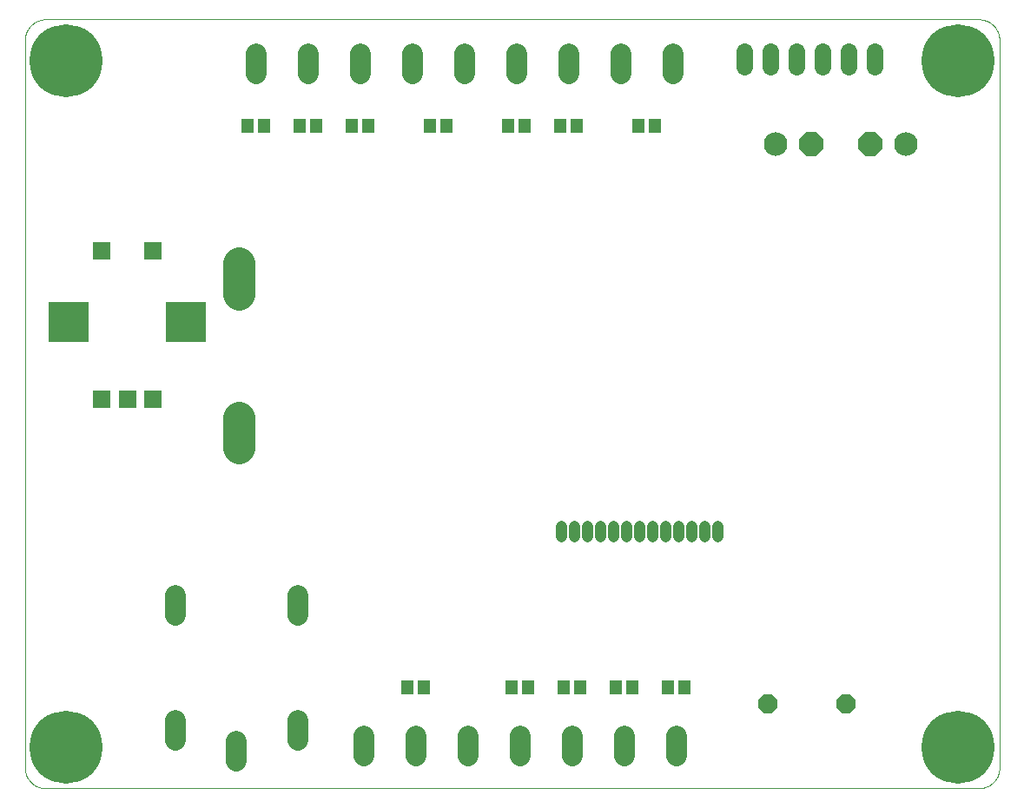
<source format=gbs>
G75*
%MOIN*%
%OFA0B0*%
%FSLAX25Y25*%
%IPPOS*%
%LPD*%
%AMOC8*
5,1,8,0,0,1.08239X$1,22.5*
%
%ADD10C,0.00400*%
%ADD11R,0.07093X0.07093*%
%ADD12R,0.15361X0.15361*%
%ADD13C,0.06306*%
%ADD14C,0.04362*%
%ADD15C,0.12211*%
%ADD16OC8,0.07487*%
%ADD17C,0.09061*%
%ADD18OC8,0.09061*%
%ADD19R,0.04731X0.05518*%
%ADD20C,0.08077*%
%ADD21C,0.27959*%
D10*
X0036217Y0030429D02*
X0394485Y0030429D01*
X0394675Y0030431D01*
X0394865Y0030438D01*
X0395055Y0030450D01*
X0395245Y0030466D01*
X0395434Y0030486D01*
X0395623Y0030512D01*
X0395811Y0030541D01*
X0395998Y0030576D01*
X0396184Y0030615D01*
X0396369Y0030658D01*
X0396554Y0030706D01*
X0396737Y0030758D01*
X0396918Y0030814D01*
X0397098Y0030875D01*
X0397277Y0030941D01*
X0397454Y0031010D01*
X0397630Y0031084D01*
X0397803Y0031162D01*
X0397975Y0031245D01*
X0398144Y0031331D01*
X0398312Y0031421D01*
X0398477Y0031516D01*
X0398640Y0031614D01*
X0398800Y0031717D01*
X0398958Y0031823D01*
X0399113Y0031933D01*
X0399266Y0032046D01*
X0399416Y0032164D01*
X0399562Y0032285D01*
X0399706Y0032409D01*
X0399847Y0032537D01*
X0399985Y0032668D01*
X0400120Y0032803D01*
X0400251Y0032941D01*
X0400379Y0033082D01*
X0400503Y0033226D01*
X0400624Y0033372D01*
X0400742Y0033522D01*
X0400855Y0033675D01*
X0400965Y0033830D01*
X0401071Y0033988D01*
X0401174Y0034148D01*
X0401272Y0034311D01*
X0401367Y0034476D01*
X0401457Y0034644D01*
X0401543Y0034813D01*
X0401626Y0034985D01*
X0401704Y0035158D01*
X0401778Y0035334D01*
X0401847Y0035511D01*
X0401913Y0035690D01*
X0401974Y0035870D01*
X0402030Y0036051D01*
X0402082Y0036234D01*
X0402130Y0036419D01*
X0402173Y0036604D01*
X0402212Y0036790D01*
X0402247Y0036977D01*
X0402276Y0037165D01*
X0402302Y0037354D01*
X0402322Y0037543D01*
X0402338Y0037733D01*
X0402350Y0037923D01*
X0402357Y0038113D01*
X0402359Y0038303D01*
X0402359Y0317831D01*
X0402357Y0318021D01*
X0402350Y0318211D01*
X0402338Y0318401D01*
X0402322Y0318591D01*
X0402302Y0318780D01*
X0402276Y0318969D01*
X0402247Y0319157D01*
X0402212Y0319344D01*
X0402173Y0319530D01*
X0402130Y0319715D01*
X0402082Y0319900D01*
X0402030Y0320083D01*
X0401974Y0320264D01*
X0401913Y0320444D01*
X0401847Y0320623D01*
X0401778Y0320800D01*
X0401704Y0320976D01*
X0401626Y0321149D01*
X0401543Y0321321D01*
X0401457Y0321490D01*
X0401367Y0321658D01*
X0401272Y0321823D01*
X0401174Y0321986D01*
X0401071Y0322146D01*
X0400965Y0322304D01*
X0400855Y0322459D01*
X0400742Y0322612D01*
X0400624Y0322762D01*
X0400503Y0322908D01*
X0400379Y0323052D01*
X0400251Y0323193D01*
X0400120Y0323331D01*
X0399985Y0323466D01*
X0399847Y0323597D01*
X0399706Y0323725D01*
X0399562Y0323849D01*
X0399416Y0323970D01*
X0399266Y0324088D01*
X0399113Y0324201D01*
X0398958Y0324311D01*
X0398800Y0324417D01*
X0398640Y0324520D01*
X0398477Y0324618D01*
X0398312Y0324713D01*
X0398144Y0324803D01*
X0397975Y0324889D01*
X0397803Y0324972D01*
X0397630Y0325050D01*
X0397454Y0325124D01*
X0397277Y0325193D01*
X0397098Y0325259D01*
X0396918Y0325320D01*
X0396737Y0325376D01*
X0396554Y0325428D01*
X0396369Y0325476D01*
X0396184Y0325519D01*
X0395998Y0325558D01*
X0395811Y0325593D01*
X0395623Y0325622D01*
X0395434Y0325648D01*
X0395245Y0325668D01*
X0395055Y0325684D01*
X0394865Y0325696D01*
X0394675Y0325703D01*
X0394485Y0325705D01*
X0036217Y0325705D01*
X0036027Y0325703D01*
X0035837Y0325696D01*
X0035647Y0325684D01*
X0035457Y0325668D01*
X0035268Y0325648D01*
X0035079Y0325622D01*
X0034891Y0325593D01*
X0034704Y0325558D01*
X0034518Y0325519D01*
X0034333Y0325476D01*
X0034148Y0325428D01*
X0033965Y0325376D01*
X0033784Y0325320D01*
X0033604Y0325259D01*
X0033425Y0325193D01*
X0033248Y0325124D01*
X0033072Y0325050D01*
X0032899Y0324972D01*
X0032727Y0324889D01*
X0032558Y0324803D01*
X0032390Y0324713D01*
X0032225Y0324618D01*
X0032062Y0324520D01*
X0031902Y0324417D01*
X0031744Y0324311D01*
X0031589Y0324201D01*
X0031436Y0324088D01*
X0031286Y0323970D01*
X0031140Y0323849D01*
X0030996Y0323725D01*
X0030855Y0323597D01*
X0030717Y0323466D01*
X0030582Y0323331D01*
X0030451Y0323193D01*
X0030323Y0323052D01*
X0030199Y0322908D01*
X0030078Y0322762D01*
X0029960Y0322612D01*
X0029847Y0322459D01*
X0029737Y0322304D01*
X0029631Y0322146D01*
X0029528Y0321986D01*
X0029430Y0321823D01*
X0029335Y0321658D01*
X0029245Y0321490D01*
X0029159Y0321321D01*
X0029076Y0321149D01*
X0028998Y0320976D01*
X0028924Y0320800D01*
X0028855Y0320623D01*
X0028789Y0320444D01*
X0028728Y0320264D01*
X0028672Y0320083D01*
X0028620Y0319900D01*
X0028572Y0319715D01*
X0028529Y0319530D01*
X0028490Y0319344D01*
X0028455Y0319157D01*
X0028426Y0318969D01*
X0028400Y0318780D01*
X0028380Y0318591D01*
X0028364Y0318401D01*
X0028352Y0318211D01*
X0028345Y0318021D01*
X0028343Y0317831D01*
X0028343Y0038303D01*
X0028345Y0038113D01*
X0028352Y0037923D01*
X0028364Y0037733D01*
X0028380Y0037543D01*
X0028400Y0037354D01*
X0028426Y0037165D01*
X0028455Y0036977D01*
X0028490Y0036790D01*
X0028529Y0036604D01*
X0028572Y0036419D01*
X0028620Y0036234D01*
X0028672Y0036051D01*
X0028728Y0035870D01*
X0028789Y0035690D01*
X0028855Y0035511D01*
X0028924Y0035334D01*
X0028998Y0035158D01*
X0029076Y0034985D01*
X0029159Y0034813D01*
X0029245Y0034644D01*
X0029335Y0034476D01*
X0029430Y0034311D01*
X0029528Y0034148D01*
X0029631Y0033988D01*
X0029737Y0033830D01*
X0029847Y0033675D01*
X0029960Y0033522D01*
X0030078Y0033372D01*
X0030199Y0033226D01*
X0030323Y0033082D01*
X0030451Y0032941D01*
X0030582Y0032803D01*
X0030717Y0032668D01*
X0030855Y0032537D01*
X0030996Y0032409D01*
X0031140Y0032285D01*
X0031286Y0032164D01*
X0031436Y0032046D01*
X0031589Y0031933D01*
X0031744Y0031823D01*
X0031902Y0031717D01*
X0032062Y0031614D01*
X0032225Y0031516D01*
X0032390Y0031421D01*
X0032558Y0031331D01*
X0032727Y0031245D01*
X0032899Y0031162D01*
X0033072Y0031084D01*
X0033248Y0031010D01*
X0033425Y0030941D01*
X0033604Y0030875D01*
X0033784Y0030814D01*
X0033965Y0030758D01*
X0034148Y0030706D01*
X0034333Y0030658D01*
X0034518Y0030615D01*
X0034704Y0030576D01*
X0034891Y0030541D01*
X0035079Y0030512D01*
X0035268Y0030486D01*
X0035457Y0030466D01*
X0035647Y0030450D01*
X0035837Y0030438D01*
X0036027Y0030431D01*
X0036217Y0030429D01*
D11*
X0057871Y0179839D03*
X0067713Y0179839D03*
X0077556Y0179839D03*
X0077556Y0236925D03*
X0057871Y0236925D03*
D12*
X0045272Y0209366D03*
X0090154Y0209366D03*
D13*
X0304593Y0307476D02*
X0304593Y0313382D01*
X0314593Y0313382D02*
X0314593Y0307476D01*
X0324593Y0307476D02*
X0324593Y0313382D01*
X0334593Y0313382D02*
X0334593Y0307476D01*
X0344593Y0307476D02*
X0344593Y0313382D01*
X0354593Y0313382D02*
X0354593Y0307476D01*
D14*
X0293973Y0131229D02*
X0293973Y0127267D01*
X0288973Y0127267D02*
X0288973Y0131229D01*
X0283973Y0131229D02*
X0283973Y0127267D01*
X0278973Y0127267D02*
X0278973Y0131229D01*
X0273973Y0131229D02*
X0273973Y0127267D01*
X0268973Y0127267D02*
X0268973Y0131229D01*
X0263973Y0131229D02*
X0263973Y0127267D01*
X0258973Y0127267D02*
X0258973Y0131229D01*
X0253973Y0131229D02*
X0253973Y0127267D01*
X0248973Y0127267D02*
X0248973Y0131229D01*
X0243973Y0131229D02*
X0243973Y0127267D01*
X0238973Y0127267D02*
X0238973Y0131229D01*
X0233973Y0131229D02*
X0233973Y0127267D01*
D15*
X0110430Y0161138D02*
X0110430Y0172949D01*
X0110430Y0220193D02*
X0110430Y0232004D01*
D16*
X0313343Y0062929D03*
X0343343Y0062929D03*
D17*
X0366483Y0277929D03*
X0316453Y0277929D03*
D18*
X0330233Y0277929D03*
X0352703Y0277929D03*
D19*
X0270243Y0284804D03*
X0263944Y0284804D03*
X0240243Y0284804D03*
X0233944Y0284804D03*
X0220243Y0284804D03*
X0213944Y0284804D03*
X0190243Y0284804D03*
X0183944Y0284804D03*
X0160243Y0284804D03*
X0153944Y0284804D03*
X0140243Y0284804D03*
X0133944Y0284804D03*
X0120243Y0284804D03*
X0113944Y0284804D03*
X0175194Y0069179D03*
X0181493Y0069179D03*
X0215194Y0069179D03*
X0221493Y0069179D03*
X0235194Y0069179D03*
X0241493Y0069179D03*
X0255194Y0069179D03*
X0261493Y0069179D03*
X0275194Y0069179D03*
X0281493Y0069179D03*
D20*
X0278343Y0050518D02*
X0278343Y0042841D01*
X0258343Y0042841D02*
X0258343Y0050518D01*
X0238343Y0050518D02*
X0238343Y0042841D01*
X0218343Y0042841D02*
X0218343Y0050518D01*
X0198343Y0050518D02*
X0198343Y0042841D01*
X0178343Y0042841D02*
X0178343Y0050518D01*
X0158343Y0050518D02*
X0158343Y0042841D01*
X0133215Y0048825D02*
X0133215Y0056502D01*
X0109593Y0048628D02*
X0109593Y0040951D01*
X0085971Y0048825D02*
X0085971Y0056502D01*
X0085971Y0096856D02*
X0085971Y0104533D01*
X0133215Y0104533D02*
X0133215Y0096856D01*
X0137093Y0304716D02*
X0137093Y0312393D01*
X0117093Y0312393D02*
X0117093Y0304716D01*
X0157093Y0304716D02*
X0157093Y0312393D01*
X0177093Y0312393D02*
X0177093Y0304716D01*
X0197093Y0304716D02*
X0197093Y0312393D01*
X0217093Y0312393D02*
X0217093Y0304716D01*
X0237093Y0304716D02*
X0237093Y0312393D01*
X0257093Y0312393D02*
X0257093Y0304716D01*
X0277093Y0304716D02*
X0277093Y0312393D01*
D21*
X0386611Y0309957D03*
X0386611Y0046177D03*
X0044091Y0046177D03*
X0044091Y0309957D03*
M02*

</source>
